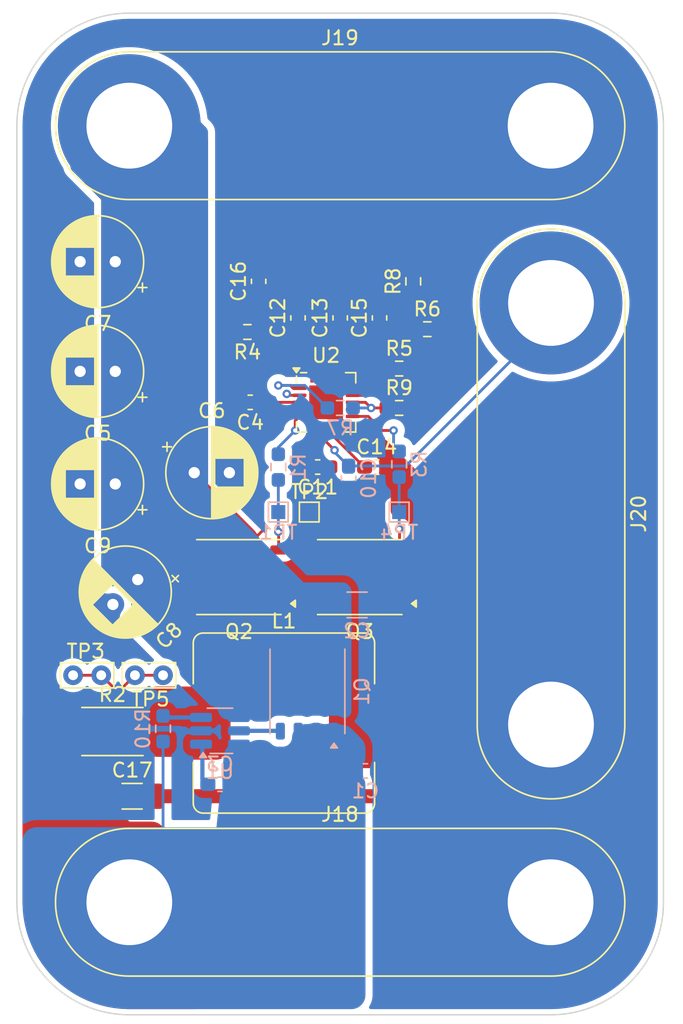
<source format=kicad_pcb>
(kicad_pcb (version 20241229) (generator "pcbnew") (generator_version "9.0")
  (title_block (title "Boost Stage 1 Test Board") (date "2025-05-25") (rev "1B") (company "UT Robomaster") (comment 1 "Robomaster"))
  (layers (0 "F.Cu" signal) (4 "In1.Cu" signal) (6 "In2.Cu" signal) (2 "B.Cu" signal) (13 "F.Paste" user) (15 "B.Paste" user) (5 "F.SilkS" user "F.Silkscreen") (7 "B.SilkS" user "B.Silkscreen") (1 "F.Mask" user) (3 "B.Mask" user) (25 "Edge.Cuts" user))
  (net 0 "")
  (net 1 "GNDPWR")
  (net 2 "/+6V_{SCAP}_IN")
  (net 3 "/+4.4V_{SCAP}_OUT")
  (net 4 "/Ideal Diode/VCAP")
  (net 5 "/Output Boost (Stage 1)/HB")
  (net 6 "/Output Boost (Stage 1)/SW")
  (net 7 "/Output Boost (Stage 1)/COMP")
  (net 8 "/Output Boost (Stage 1)/SS")
  (net 9 "/Output Boost (Stage 1)/VCC")
  (net 10 "/Output Boost (Stage 1)/VREF")
  (net 11 "/Output Boost (Stage 1)/COMP_RC")
  (net 12 "+24V")
  (net 13 "/Output Boost (Stage 1)/CSN")
  (net 14 "/Ideal Diode/GATE")
  (net 15 "/Output Boost (Stage 1)/HO_R")
  (net 16 "/Output Boost (Stage 1)/LO_R")
  (net 17 "/Output Boost (Stage 1)/HO")
  (net 18 "/Output Boost (Stage 1)/LO")
  (net 19 "/Output Boost (Stage 1)/RT")
  (net 20 "/Output Boost (Stage 1)/TRK")
  (net 21 "/Output Boost (Stage 1)/UVLO")
  (net 24 "/Ideal Diode/EN")
  (footprint "Package_SON:Infineon_PG-TDSON-8_6.15x5.15mm" (layer "F.Cu") (at 93.4 156.8 180)
    (property "Reference" "Q3" (at 0 -3.9 0) (layer "F.SilkS"))
    (property "Value" "BSC059N04LS6")
    (pad "1" smd roundrect (at -2.825 -1.905 180) (size 1.2 0.65) (layers "F.Cu" "F.Mask" "F.Paste") (net 1 "GNDPWR"))
    (pad "2" smd roundrect (at -2.825 -0.635 180) (size 1.2 0.65) (layers "F.Cu" "F.Mask" "F.Paste") (net 1 "GNDPWR"))
    (pad "3" smd roundrect (at -2.825 0.635 180) (size 1.2 0.65) (layers "F.Cu" "F.Mask" "F.Paste") (net 1 "GNDPWR"))
    (pad "4" smd roundrect (at -2.825 1.905 180) (size 1.2 0.65) (layers "F.Cu" "F.Mask" "F.Paste") (net 16 "/Output Boost (Stage 1)/LO_R"))
    (pad "5" smd rect (at 0.675 0 180) (size 4.5 4.7) (layers "F.Cu" "F.Mask") (net 6 "/Output Boost (Stage 1)/SW"))
    (pad "5" smd roundrect (at 2.925 -1.995 180) (size 1 0.7) (layers "F.Cu" "F.Mask" "F.Paste") (net 6 "/Output Boost (Stage 1)/SW"))
    (pad "5" smd roundrect (at 2.925 -0.665 180) (size 1 0.7) (layers "F.Cu" "F.Mask" "F.Paste") (net 6 "/Output Boost (Stage 1)/SW"))
    (pad "5" smd roundrect (at 2.925 0.665 180) (size 1 0.7) (layers "F.Cu" "F.Mask" "F.Paste") (net 6 "/Output Boost (Stage 1)/SW"))
    (pad "5" smd roundrect (at 2.925 1.995 180) (size 1 0.7) (layers "F.Cu" "F.Mask" "F.Paste") (net 6 "/Output Boost (Stage 1)/SW"))
  )
  (footprint "Capacitor_THT:CP_Radial_D6.3mm_P2.50mm" (layer "F.Cu") (at 76 134.4 180)
    (property "Reference" "C7" (at 1.25 -4.4 0) (layer "F.SilkS"))
    (property "Value" "220u")
    (pad "1" thru_hole rect (at 0 0 180) (size 1.6 1.6) (drill 0.8) (layers "*.Cu" "*.Mask") (net 3 "/+4.4V_{SCAP}_OUT"))
    (pad "2" thru_hole circle (at 2.5 0 180) (size 1.6 1.6) (drill 0.8) (layers "*.Cu" "*.Mask") (net 1 "GNDPWR"))
  )
  (footprint "Resistor_SMD:R_0603_1608Metric_Pad0.98x0.95mm_HandSolder" (layer "F.Cu") (at 97.2 135.8 90)
    (property "Reference" "R8" (at 0 -1.43 90) (layer "F.SilkS"))
    (property "Value" "22k")
    (pad "1" smd roundrect (at -0.9125 0 90) (size 0.975 0.95) (layers "F.Cu" "F.Mask" "F.Paste") (net 20 "/Output Boost (Stage 1)/TRK"))
    (pad "2" smd roundrect (at 0.9125 0 90) (size 0.975 0.95) (layers "F.Cu" "F.Mask" "F.Paste") (net 1 "GNDPWR"))
  )
  (footprint "Package_DFN_QFN:Texas_RGP0020H_VQFN-20-1EP_4x4mm_P0.5mm_EP2.4x2.4mm" (layer "F.Cu") (at 91 144.4)
    (property "Reference" "U2" (at 0 -3.33 0) (layer "F.SilkS"))
    (property "Value" "LM5123-Q1")
    (pad "1" smd roundrect (at -1.8875 -1) (size 0.975 0.25) (layers "F.Cu" "F.Mask" "F.Paste") (net 2 "/+6V_{SCAP}_IN"))
    (pad "2" smd roundrect (at -1.8875 -0.5) (size 0.975 0.25) (layers "F.Cu" "F.Mask" "F.Paste") (net 13 "/Output Boost (Stage 1)/CSN"))
    (pad "3" smd roundrect (at -1.8875 0) (size 0.975 0.25) (layers "F.Cu" "F.Mask" "F.Paste") (net 3 "/+4.4V_{SCAP}_OUT"))
    (pad "4" smd roundrect (at -1.8875 0.5) (size 0.975 0.25) (layers "F.Cu" "F.Mask" "F.Paste"))
    (pad "5" smd roundrect (at -1.8875 1) (size 0.975 0.25) (layers "F.Cu" "F.Mask" "F.Paste") (net 17 "/Output Boost (Stage 1)/HO"))
    (pad "6" smd roundrect (at -1 1.8875) (size 0.25 0.975) (layers "F.Cu" "F.Mask" "F.Paste") (net 6 "/Output Boost (Stage 1)/SW"))
    (pad "7" smd roundrect (at -0.5 1.8875) (size 0.25 0.975) (layers "F.Cu" "F.Mask" "F.Paste") (net 5 "/Output Boost (Stage 1)/HB"))
    (pad "8" smd roundrect (at 0 1.8875) (size 0.25 0.975) (layers "F.Cu" "F.Mask" "F.Paste") (net 12 "+24V"))
    (pad "9" smd roundrect (at 0.5 1.8875) (size 0.25 0.975) (layers "F.Cu" "F.Mask" "F.Paste") (net 9 "/Output Boost (Stage 1)/VCC"))
    (pad "10" smd roundrect (at 1 1.8875) (size 0.25 0.975) (layers "F.Cu" "F.Mask" "F.Paste") (net 1 "GNDPWR"))
    (pad "11" smd roundrect (at 1.8875 1) (size 0.975 0.25) (layers "F.Cu" "F.Mask" "F.Paste") (net 18 "/Output Boost (Stage 1)/LO"))
    (pad "12" smd roundrect (at 1.8875 0.5) (size 0.975 0.25) (layers "F.Cu" "F.Mask" "F.Paste"))
    (pad "13" smd roundrect (at 1.8875 0) (size 0.975 0.25) (layers "F.Cu" "F.Mask" "F.Paste") (net 21 "/Output Boost (Stage 1)/UVLO"))
    (pad "14" smd roundrect (at 1.8875 -0.5) (size 0.975 0.25) (layers "F.Cu" "F.Mask" "F.Paste") (net 1 "GNDPWR"))
    (pad "15" smd roundrect (at 1.8875 -1) (size 0.975 0.25) (layers "F.Cu" "F.Mask" "F.Paste") (net 19 "/Output Boost (Stage 1)/RT"))
    (pad "16" smd roundrect (at 1 -1.8875) (size 0.25 0.975) (layers "F.Cu" "F.Mask" "F.Paste") (net 10 "/Output Boost (Stage 1)/VREF"))
    (pad "17" smd roundrect (at 0.5 -1.8875) (size 0.25 0.975) (layers "F.Cu" "F.Mask" "F.Paste") (net 8 "/Output Boost (Stage 1)/SS"))
    (pad "18" smd roundrect (at 0 -1.8875) (size 0.25 0.975) (layers "F.Cu" "F.Mask" "F.Paste") (net 20 "/Output Boost (Stage 1)/TRK"))
    (pad "19" smd roundrect (at -0.5 -1.8875) (size 0.25 0.975) (layers "F.Cu" "F.Mask" "F.Paste") (net 1 "GNDPWR"))
    (pad "20" smd roundrect (at -1 -1.8875) (size 0.25 0.975) (layers "F.Cu" "F.Mask" "F.Paste") (net 7 "/Output Boost (Stage 1)/COMP"))
    (pad "21" smd rect (at 0 0) (size 2.4 2.4) (property pad_prop_heatsink) (layers "F.Cu" "F.Mask") (net 1 "GNDPWR"))
  )
  (footprint "Connector:Banana_Jack_2Pin" (layer "F.Cu") (at 77 179.935)
    (property "Reference" "J18" (at 14.985 -6.24 0) (layer "F.SilkS"))
    (property "Value" "Banana 2P")
    (pad "1" thru_hole circle (at 0 0) (size 10.16 10.16) (drill 6.1) (layers "*.Cu" "*.Mask") (net 2 "/+6V_{SCAP}_IN"))
    (pad "2" thru_hole circle (at 29.97 0) (size 10.16 10.16) (drill 6.1) (layers "*.Cu" "*.Mask") (net 1 "GNDPWR"))
  )
  (footprint "Capacitor_SMD:C_0603_1608Metric_Pad1.08x0.95mm_HandSolder" (layer "F.Cu") (at 85.6 144.4 180)
    (property "Reference" "C4" (at 0 -1.43 0) (layer "F.SilkS"))
    (property "Value" "0.1u")
    (pad "1" smd roundrect (at -0.8625 0 180) (size 1.075 0.95) (layers "F.Cu" "F.Mask" "F.Paste") (net 3 "/+4.4V_{SCAP}_OUT"))
    (pad "2" smd roundrect (at 0.8625 0 180) (size 1.075 0.95) (layers "F.Cu" "F.Mask" "F.Paste") (net 1 "GNDPWR"))
  )
  (footprint "Capacitor_THT:CP_Radial_D6.3mm_P2.50mm" (layer "F.Cu") (at 76 142.2 180)
    (property "Reference" "C5" (at 1.25 -4.4 0) (layer "F.SilkS"))
    (property "Value" "220u")
    (pad "1" thru_hole rect (at 0 0 180) (size 1.6 1.6) (drill 0.8) (layers "*.Cu" "*.Mask") (net 3 "/+4.4V_{SCAP}_OUT"))
    (pad "2" thru_hole circle (at 2.5 0 180) (size 1.6 1.6) (drill 0.8) (layers "*.Cu" "*.Mask") (net 1 "GNDPWR"))
  )
  (footprint "Capacitor_SMD:C_0603_1608Metric_Pad1.08x0.95mm_HandSolder" (layer "F.Cu") (at 92 138.4 90)
    (property "Reference" "C13" (at 0 -1.43 90) (layer "F.SilkS"))
    (property "Value" "0.47u")
    (pad "1" smd roundrect (at -0.8625 0 90) (size 1.075 0.95) (layers "F.Cu" "F.Mask" "F.Paste") (net 8 "/Output Boost (Stage 1)/SS"))
    (pad "2" smd roundrect (at 0.8625 0 90) (size 1.075 0.95) (layers "F.Cu" "F.Mask" "F.Paste") (net 1 "GNDPWR"))
  )
  (footprint "Resistor_SMD:R_0603_1608Metric_Pad0.98x0.95mm_HandSolder" (layer "F.Cu") (at 98.2 139.2)
    (property "Reference" "R6" (at 0 -1.43 0) (layer "F.SilkS"))
    (property "Value" "75k")
    (pad "1" smd roundrect (at -0.9125 0) (size 0.975 0.95) (layers "F.Cu" "F.Mask" "F.Paste") (net 10 "/Output Boost (Stage 1)/VREF"))
    (pad "2" smd roundrect (at 0.9125 0) (size 0.975 0.95) (layers "F.Cu" "F.Mask" "F.Paste") (net 20 "/Output Boost (Stage 1)/TRK"))
  )
  (footprint "Resistor_SMD:R_0603_1608Metric_Pad0.98x0.95mm_HandSolder" (layer "F.Cu") (at 96.2 144.8)
    (property "Reference" "R9" (at 0 -1.43 0) (layer "F.SilkS"))
    (property "Value" "470k")
    (pad "1" smd roundrect (at -0.9125 0) (size 0.975 0.95) (layers "F.Cu" "F.Mask" "F.Paste") (net 21 "/Output Boost (Stage 1)/UVLO"))
    (pad "2" smd roundrect (at 0.9125 0) (size 0.975 0.95) (layers "F.Cu" "F.Mask" "F.Paste") (net 1 "GNDPWR"))
  )
  (footprint "Resistor_SMD:R_2512_6332Metric_Pad1.40x3.35mm_HandSolder" (layer "F.Cu") (at 75.8 167.8)
    (property "Reference" "R2" (at 0 -2.62 0) (layer "F.SilkS"))
    (property "Value" "2m")
    (pad "1" smd roundrect (at -3.05 0) (size 1.4 3.35) (layers "F.Cu" "F.Mask" "F.Paste") (roundrect_rratio 0.178571) (net 2 "/+6V_{SCAP}_IN"))
    (pad "2" smd roundrect (at 3.05 0) (size 1.4 3.35) (layers "F.Cu" "F.Mask" "F.Paste") (roundrect_rratio 0.178571) (net 13 "/Output Boost (Stage 1)/CSN"))
  )
  (footprint "TestPoint:TestPoint_Bridge_Pitch2.0mm_Drill0.7mm" (layer "F.Cu") (at 75 163.8 180)
    (property "Reference" "TP3" (at 1.1 1.7 0) (layer "F.SilkS"))
    (property "Value" "V_{P}")
    (pad "1" thru_hole circle (at 0 0 180) (size 1.4 1.4) (drill 0.7) (layers "*.Cu" "*.Mask") (net 2 "/+6V_{SCAP}_IN"))
    (pad "1" thru_hole circle (at 2 0 180) (size 1.4 1.4) (drill 0.7) (layers "*.Cu" "*.Mask") (net 2 "/+6V_{SCAP}_IN"))
  )
  (footprint "Connector:Banana_Jack_2Pin" (layer "F.Cu") (at 107 137.335 -90)
    (property "Reference" "J20" (at 14.985 -6.24 90) (layer "F.SilkS"))
    (property "Value" "Banana 2P")
    (pad "1" thru_hole circle (at 0 0 270) (size 10.16 10.16) (drill 6.1) (layers "*.Cu" "*.Mask") (net 12 "+24V"))
    (pad "2" thru_hole circle (at 29.97 0 270) (size 10.16 10.16) (drill 6.1) (layers "*.Cu" "*.Mask") (net 1 "GNDPWR"))
  )
  (footprint "Capacitor_THT:CP_Radial_D6.3mm_P2.50mm" (layer "F.Cu") (at 81.617621 149.4)
    (property "Reference" "C6" (at 1.25 -4.4 0) (layer "F.SilkS"))
    (property "Value" "220u")
    (pad "1" thru_hole rect (at 0 0) (size 1.6 1.6) (drill 0.8) (layers "*.Cu" "*.Mask") (net 3 "/+4.4V_{SCAP}_OUT"))
    (pad "2" thru_hole circle (at 2.5 0) (size 1.6 1.6) (drill 0.8) (layers "*.Cu" "*.Mask") (net 1 "GNDPWR"))
  )
  (footprint "TestPoint:TestPoint_Bridge_Pitch2.0mm_Drill0.7mm" (layer "F.Cu") (at 77.4 163.8)
    (property "Reference" "TP5" (at 1.1 1.7 0) (layer "F.SilkS"))
    (property "Value" "V_{N}")
    (pad "1" thru_hole circle (at 0 0) (size 1.4 1.4) (drill 0.7) (layers "*.Cu" "*.Mask") (net 13 "/Output Boost (Stage 1)/CSN"))
    (pad "1" thru_hole circle (at 2 0) (size 1.4 1.4) (drill 0.7) (layers "*.Cu" "*.Mask") (net 13 "/Output Boost (Stage 1)/CSN"))
  )
  (footprint "Capacitor_SMD:C_0603_1608Metric_Pad1.08x0.95mm_HandSolder" (layer "F.Cu") (at 90.4 149 180)
    (property "Reference" "C11" (at 0 -1.43 0) (layer "F.SilkS"))
    (property "Value" "0.1u")
    (pad "1" smd roundrect (at -0.8625 0 180) (size 1.075 0.95) (layers "F.Cu" "F.Mask" "F.Paste") (net 5 "/Output Boost (Stage 1)/HB"))
    (pad "2" smd roundrect (at 0.8625 0 180) (size 1.075 0.95) (layers "F.Cu" "F.Mask" "F.Paste") (net 6 "/Output Boost (Stage 1)/SW"))
  )
  (footprint "Inductor_SMD:L_Bourns_SRP1245A" (layer "F.Cu") (at 88 167.2)
    (property "Reference" "L1" (at 0 -7.25 0) (layer "F.SilkS"))
    (property "Value" "1.8u")
    (pad "1" smd rect (at -5.55 0) (size 3.1 5) (layers "F.Cu" "F.Mask" "F.Paste") (net 13 "/Output Boost (Stage 1)/CSN"))
    (pad "2" smd rect (at 5.55 0) (size 3.1 5) (layers "F.Cu" "F.Mask" "F.Paste") (net 6 "/Output Boost (Stage 1)/SW"))
  )
  (footprint "Connector:Banana_Jack_2Pin" (layer "F.Cu") (at 77 124.735)
    (property "Reference" "J19" (at 14.985 -6.24 0) (layer "F.SilkS"))
    (property "Value" "Banana 2P")
    (pad "1" thru_hole circle (at 0 0) (size 10.16 10.16) (drill 6.1) (layers "*.Cu" "*.Mask") (net 3 "/+4.4V_{SCAP}_OUT"))
    (pad "2" thru_hole circle (at 29.97 0) (size 10.16 10.16) (drill 6.1) (layers "*.Cu" "*.Mask") (net 1 "GNDPWR"))
  )
  (footprint "Capacitor_SMD:C_1206_3216Metric_Pad1.33x1.80mm_HandSolder" (layer "F.Cu") (at 77.2 172.4)
    (property "Reference" "C17" (at 0 -1.85 0) (layer "F.SilkS"))
    (property "Value" "47u")
    (pad "1" smd roundrect (at -1.5625 0) (size 1.325 1.8) (layers "F.Cu" "F.Mask" "F.Paste") (roundrect_rratio 0.188679) (net 2 "/+6V_{SCAP}_IN"))
    (pad "2" smd roundrect (at 1.5625 0) (size 1.325 1.8) (layers "F.Cu" "F.Mask" "F.Paste") (roundrect_rratio 0.188679) (net 1 "GNDPWR"))
  )
  (footprint "TestPoint:TestPoint_Pad_1.0x1.0mm" (layer "F.Cu") (at 89.8 152.2)
    (property "Reference" "TP2" (at 0 -1.448 0) (layer "F.SilkS"))
    (property "Value" "V_{SW}")
    (pad "1" smd rect (at 0 0) (size 1 1) (layers "F.Cu" "F.Mask") (net 6 "/Output Boost (Stage 1)/SW"))
  )
  (footprint "Capacitor_SMD:C_0603_1608Metric_Pad1.08x0.95mm_HandSolder" (layer "F.Cu") (at 94.6 149)
    (property "Reference" "C14" (at 0 -1.43 0) (layer "F.SilkS"))
    (property "Value" "4.7u")
    (pad "1" smd roundrect (at -0.8625 0) (size 1.075 0.95) (layers "F.Cu" "F.Mask" "F.Paste") (net 9 "/Output Boost (Stage 1)/VCC"))
    (pad "2" smd roundrect (at 0.8625 0) (size 1.075 0.95) (layers "F.Cu" "F.Mask" "F.Paste") (net 1 "GNDPWR"))
  )
  (footprint "Package_SON:Infineon_PG-TDSON-8_6.15x5.15mm" (layer "F.Cu") (at 84.8 156.8 180)
    (property "Reference" "Q2" (at 0 -3.9 0) (layer "F.SilkS"))
    (property "Value" "BSC059N04LS6")
    (pad "1" smd roundrect (at -2.825 -1.905 180) (size 1.2 0.65) (layers "F.Cu" "F.Mask" "F.Paste") (net 6 "/Output Boost (Stage 1)/SW"))
    (pad "2" smd roundrect (at -2.825 -0.635 180) (size 1.2 0.65) (layers "F.Cu" "F.Mask" "F.Paste") (net 6 "/Output Boost (Stage 1)/SW"))
    (pad "3" smd roundrect (at -2.825 0.635 180) (size 1.2 0.65) (layers "F.Cu" "F.Mask" "F.Paste") (net 6 "/Output Boost (Stage 1)/SW"))
    (pad "4" smd roundrect (at -2.825 1.905 180) (size 1.2 0.65) (layers "F.Cu" "F.Mask" "F.Paste") (net 15 "/Output Boost (Stage 1)/HO_R"))
    (pad "5" smd rect (at 0.675 0 180) (size 4.5 4.7) (layers "F.Cu" "F.Mask") (net 3 "/+4.4V_{SCAP}_OUT"))
    (pad "5" smd roundrect (at 2.925 -1.995 180) (size 1 0.7) (layers "F.Cu" "F.Mask" "F.Paste") (net 3 "/+4.4V_{SCAP}_OUT"))
    (pad "5" smd roundrect (at 2.925 -0.665 180) (size 1 0.7) (layers "F.Cu" "F.Mask" "F.Paste") (net 3 "/+4.4V_{SCAP}_OUT"))
    (pad "5" smd roundrect (at 2.925 0.665 180) (size 1 0.7) (layers "F.Cu" "F.Mask" "F.Paste") (net 3 "/+4.4V_{SCAP}_OUT"))
    (pad "5" smd roundrect (at 2.925 1.995 180) (size 1 0.7) (layers "F.Cu" "F.Mask" "F.Paste") (net 3 "/+4.4V_{SCAP}_OUT"))
  )
  (footprint "Resistor_SMD:R_0603_1608Metric_Pad0.98x0.95mm_HandSolder" (layer "F.Cu") (at 85.4 139.4 180)
    (property "Reference" "R4" (at 0 -1.43 0) (layer "F.SilkS"))
    (property "Value" "18k")
    (pad "1" smd roundrect (at -0.9125 0 180) (size 0.975 0.95) (layers "F.Cu" "F.Mask" "F.Paste") (net 7 "/Output Boost (Stage 1)/COMP"))
    (pad "2" smd roundrect (at 0.9125 0 180) (size 0.975 0.95) (layers "F.Cu" "F.Mask" "F.Paste") (net 11 "/Output Boost (Stage 1)/COMP_RC"))
  )
  (footprint "Capacitor_THT:CP_Radial_D6.3mm_P2.50mm" (layer "F.Cu") (at 77.6 157 -135)
    (property "Reference" "C8" (at 1.25 -4.4 45) (layer "F.SilkS"))
    (property "Value" "220u")
    (pad "1" thru_hole rect (at 0 0 225) (size 1.6 1.6) (drill 0.8) (layers "*.Cu" "*.Mask") (net 3 "/+4.4V_{SCAP}_OUT"))
    (pad "2" thru_hole circle (at 2.5 0 225) (size 1.6 1.6) (drill 0.8) (layers "*.Cu" "*.Mask") (net 1 "GNDPWR"))
  )
  (footprint "Capacitor_SMD:C_0603_1608Metric_Pad1.08x0.95mm_HandSolder" (layer "F.Cu") (at 94.8 138.4 90)
    (property "Reference" "C15" (at 0 -1.43 90) (layer "F.SilkS"))
    (property "Value" "0.47u")
    (pad "1" smd roundrect (at -0.8625 0 90) (size 1.075 0.95) (layers "F.Cu" "F.Mask" "F.Paste") (net 10 "/Output Boost (Stage 1)/VREF"))
    (pad "2" smd roundrect (at 0.8625 0 90) (size 1.075 0.95) (layers "F.Cu" "F.Mask" "F.Paste") (net 1 "GNDPWR"))
  )
  (footprint "Capacitor_SMD:C_0603_1608Metric_Pad1.08x0.95mm_HandSolder" (layer "F.Cu") (at 86.2 135.8 90)
    (property "Reference" "C16" (at 0 -1.43 90) (layer "F.SilkS"))
    (property "Value" "0.015u")
    (pad "1" smd roundrect (at -0.8625 0 90) (size 1.075 0.95) (layers "F.Cu" "F.Mask" "F.Paste") (net 11 "/Output Boost (Stage 1)/COMP_RC"))
    (pad "2" smd roundrect (at 0.8625 0 90) (size 1.075 0.95) (layers "F.Cu" "F.Mask" "F.Paste") (net 1 "GNDPWR"))
  )
  (footprint "Capacitor_SMD:C_0603_1608Metric_Pad1.08x0.95mm_HandSolder" (layer "F.Cu") (at 89 138.4 90)
    (property "Reference" "C12" (at 0 -1.43 90) (layer "F.SilkS"))
    (property "Value" "180p")
    (pad "1" smd roundrect (at -0.8625 0 90) (size 1.075 0.95) (layers "F.Cu" "F.Mask" "F.Paste") (net 7 "/Output Boost (Stage 1)/COMP"))
    (pad "2" smd roundrect (at 0.8625 0 90) (size 1.075 0.95) (layers "F.Cu" "F.Mask" "F.Paste") (net 1 "GNDPWR"))
  )
  (footprint "Capacitor_THT:CP_Radial_D6.3mm_P2.50mm" (layer "F.Cu") (at 76 150.2 180)
    (property "Reference" "C9" (at 1.25 -4.4 0) (layer "F.SilkS"))
    (property "Value" "220u")
    (pad "1" thru_hole rect (at 0 0 180) (size 1.6 1.6) (drill 0.8) (layers "*.Cu" "*.Mask") (net 3 "/+4.4V_{SCAP}_OUT"))
    (pad "2" thru_hole circle (at 2.5 0 180) (size 1.6 1.6) (drill 0.8) (layers "*.Cu" "*.Mask") (net 1 "GNDPWR"))
  )
  (footprint "Resistor_SMD:R_0603_1608Metric_Pad0.98x0.95mm_HandSolder" (layer "F.Cu") (at 96.2 142)
    (property "Reference" "R5" (at 0 -1.43 0) (layer "F.SilkS"))
    (property "Value" "35.7k")
    (pad "1" smd roundrect (at -0.9125 0) (size 0.975 0.95) (layers "F.Cu" "F.Mask" "F.Paste") (net 19 "/Output Boost (Stage 1)/RT"))
    (pad "2" smd roundrect (at 0.9125 0) (size 0.975 0.95) (layers "F.Cu" "F.Mask" "F.Paste") (net 1 "GNDPWR"))
  )
  (footprint "TestPoint:TestPoint_Pad_1.0x1.0mm" (layer "B.Cu") (at 87.6 152.2)
    (property "Reference" "TP1" (at 0 1.448 180) (layer "B.SilkS") (effects (justify mirror)))
    (property "Value" "V_{HO}")
    (pad "1" smd rect (at 0 0) (size 1 1) (layers "B.Cu" "B.Mask") (net 15 "/Output Boost (Stage 1)/HO_R"))
  )
  (footprint "Capacitor_SMD:C_0603_1608Metric_Pad1.08x0.95mm_HandSolder" (layer "B.Cu") (at 92.6 149.8 90)
    (property "Reference" "C10" (at 0 1.43 90) (layer "B.SilkS") (effects (justify mirror)))
    (property "Value" "1u")
    (pad "1" smd roundrect (at -0.8625 0 90) (size 1.075 0.95) (layers "B.Cu" "B.Mask" "B.Paste") (net 1 "GNDPWR"))
    (pad "2" smd roundrect (at 0.8625 0 90) (size 1.075 0.95) (layers "B.Cu" "B.Mask" "B.Paste") (net 12 "+24V"))
  )
  (footprint "Package_TO_SOT_SMD:SOT-23-6_Handsoldering" (layer "B.Cu") (at 83.45 167.75)
    (property "Reference" "U1" (at 0 2.9 0) (layer "B.SilkS") (effects (justify mirror)))
    (property "Value" "LM74700")
    (pad "1" smd roundrect (at -1.35 0.95) (size 1.56 0.65) (layers "B.Cu" "B.Mask" "B.Paste") (net 4 "/Ideal Diode/VCAP"))
    (pad "2" smd roundrect (at -1.35 0) (size 1.56 0.65) (layers "B.Cu" "B.Mask" "B.Paste") (net 1 "GNDPWR"))
    (pad "3" smd roundrect (at -1.35 -0.95) (size 1.56 0.65) (layers "B.Cu" "B.Mask" "B.Paste") (net 24 "/Ideal Diode/EN"))
    (pad "4" smd roundrect (at 1.35 -0.95) (size 1.56 0.65) (layers "B.Cu" "B.Mask" "B.Paste") (net 3 "/+4.4V_{SCAP}_OUT"))
    (pad "5" smd roundrect (at 1.35 0) (size 1.56 0.65) (layers "B.Cu" "B.Mask" "B.Paste") (net 14 "/Ideal Diode/GATE"))
    (pad "6" smd roundrect (at 1.35 0.95) (size 1.56 0.65) (layers "B.Cu" "B.Mask" "B.Paste") (net 2 "/+6V_{SCAP}_IN"))
  )
  (footprint "Capacitor_SMD:C_0603_1608Metric_Pad1.08x0.95mm_HandSolder" (layer "B.Cu") (at 93.8 170.6)
    (property "Reference" "C1" (at 0 1.43 0) (layer "B.SilkS") (effects (justify mirror)))
    (property "Value" "0.022u")
    (pad "1" smd roundrect (at -0.8625 0) (size 1.075 0.95) (layers "B.Cu" "B.Mask" "B.Paste") (net 2 "/+6V_{SCAP}_IN"))
    (pad "2" smd roundrect (at 0.8625 0) (size 1.075 0.95) (layers "B.Cu" "B.Mask" "B.Paste") (net 1 "GNDPWR"))
  )
  (footprint "Package_SON:Infineon_PG-TDSON-8_6.15x5.15mm" (layer "B.Cu") (at 89.65 164.95 90)
    (property "Reference" "Q1" (at 0 3.9 90) (layer "B.SilkS") (effects (justify mirror)))
    (property "Value" "BSC059N04LS6")
    (pad "1" smd roundrect (at -2.825 1.905 90) (size 1.2 0.65) (layers "B.Cu" "B.Mask" "B.Paste") (net 2 "/+6V_{SCAP}_IN"))
    (pad "2" smd roundrect (at -2.825 0.635 90) (size 1.2 0.65) (layers "B.Cu" "B.Mask" "B.Paste") (net 2 "/+6V_{SCAP}_IN"))
    (pad "3" smd roundrect (at -2.825 -0.635 90) (size 1.2 0.65) (layers "B.Cu" "B.Mask" "B.Paste") (net 2 "/+6V_{SCAP}_IN"))
    (pad "4" smd roundrect (at -2.825 -1.905 90) (size 1.2 0.65) (layers "B.Cu" "B.Mask" "B.Paste") (net 14 "/Ideal Diode/GATE"))
    (pad "5" smd rect (at 0.675 0 90) (size 4.5 4.7) (layers "B.Cu" "B.Mask") (net 3 "/+4.4V_{SCAP}_OUT"))
    (pad "5" smd roundrect (at 2.925 -1.995 90) (size 1 0.7) (layers "B.Cu" "B.Mask" "B.Paste") (net 3 "/+4.4V_{SCAP}_OUT"))
    (pad "5" smd roundrect (at 2.925 -0.665 90) (size 1 0.7) (layers "B.Cu" "B.Mask" "B.Paste") (net 3 "/+4.4V_{SCAP}_OUT"))
    (pad "5" smd roundrect (at 2.925 0.665 90) (size 1 0.7) (layers "B.Cu" "B.Mask" "B.Paste") (net 3 "/+4.4V_{SCAP}_OUT"))
    (pad "5" smd roundrect (at 2.925 1.995 90) (size 1 0.7) (layers "B.Cu" "B.Mask" "B.Paste") (net 3 "/+4.4V_{SCAP}_OUT"))
  )
  (footprint "Resistor_SMD:R_0603_1608Metric_Pad0.98x0.95mm_HandSolder" (layer "B.Cu") (at 87.6 149 90)
    (property "Reference" "R1" (at 0 1.43 90) (layer "B.SilkS") (effects (justify mirror)))
    (property "Value" "0")
    (pad "1" smd roundrect (at -0.9125 0 90) (size 0.975 0.95) (layers "B.Cu" "B.Mask" "B.Paste") (net 15 "/Output Boost (Stage 1)/HO_R"))
    (pad "2" smd roundrect (at 0.9125 0 90) (size 0.975 0.95) (layers "B.Cu" "B.Mask" "B.Paste") (net 17 "/Output Boost (Stage 1)/HO"))
  )
  (footprint "Resistor_SMD:R_0603_1608Metric_Pad0.98x0.95mm_HandSolder" (layer "B.Cu") (at 92 144.8)
    (property "Reference" "R7" (at 0 1.43 180) (layer "B.SilkS") (effects (justify mirror)))
    (property "Value" "39k")
    (pad "1" smd roundrect (at -0.9125 0) (size 0.975 0.95) (layers "B.Cu" "B.Mask" "B.Paste") (net 2 "/+6V_{SCAP}_IN"))
    (pad "2" smd roundrect (at 0.9125 0) (size 0.975 0.95) (layers "B.Cu" "B.Mask" "B.Paste") (net 21 "/Output Boost (Stage 1)/UVLO"))
  )
  (footprint "TestPoint:TestPoint_Pad_1.0x1.0mm" (layer "B.Cu") (at 96.2 152.2)
    (property "Reference" "TP4" (at 0 1.448 180) (layer "B.SilkS") (effects (justify mirror)))
    (property "Value" "V_{LO}")
    (pad "1" smd rect (at 0 0) (size 1 1) (layers "B.Cu" "B.Mask") (net 16 "/Output Boost (Stage 1)/LO_R"))
  )
  (footprint "Resistor_SMD:R_0603_1608Metric_Pad0.98x0.95mm_HandSolder" (layer "B.Cu") (at 79.4 167.6 -90)
    (property "Reference" "R10" (at 0 1.43 90) (layer "B.SilkS") (effects (justify mirror)))
    (property "Value" "0")
    (pad "1" smd roundrect (at -0.9125 0 270) (size 0.975 0.95) (layers "B.Cu" "B.Mask" "B.Paste") (net 24 "/Ideal Diode/EN"))
    (pad "2" smd roundrect (at 0.9125 0 270) (size 0.975 0.95) (layers "B.Cu" "B.Mask" "B.Paste") (net 2 "/+6V_{SCAP}_IN"))
  )
  (footprint "Capacitor_SMD:C_0603_1608Metric_Pad1.08x0.95mm_HandSolder" (layer "B.Cu") (at 83.45 171.55 180)
    (property "Reference" "C3" (at 0 1.43 0) (layer "B.SilkS") (effects (justify mirror)))
    (property "Value" "0.1u")
    (pad "1" smd roundrect (at -0.8625 0 180) (size 1.075 0.95) (layers "B.Cu" "B.Mask" "B.Paste") (net 2 "/+6V_{SCAP}_IN"))
    (pad "2" smd roundrect (at 0.8625 0 180) (size 1.075 0.95) (layers "B.Cu" "B.Mask" "B.Paste") (net 4 "/Ideal Diode/VCAP"))
  )
  (footprint "Capacitor_SMD:C_1206_3216Metric_Pad1.33x1.80mm_HandSolder" (layer "B.Cu") (at 93.2 158.8)
    (property "Reference" "C2" (at 0 1.85 0) (layer "B.SilkS") (effects (justify mirror)))
    (property "Value" "47u")
    (pad "1" smd roundrect (at -1.5625 0) (size 1.325 1.8) (layers "B.Cu" "B.Mask" "B.Paste") (roundrect_rratio 0.188679) (net 3 "/+4.4V_{SCAP}_OUT"))
    (pad "2" smd roundrect (at 1.5625 0) (size 1.325 1.8) (layers "B.Cu" "B.Mask" "B.Paste") (roundrect_rratio 0.188679) (net 1 "GNDPWR"))
  )
  (footprint "Resistor_SMD:R_0603_1608Metric_Pad0.98x0.95mm_HandSolder" (layer "B.Cu") (at 96.2 148.8 90)
    (property "Reference" "R3" (at 0 1.43 90) (layer "B.SilkS") (effects (justify mirror)))
    (property "Value" "0")
    (pad "1" smd roundrect (at -0.9125 0 90) (size 0.975 0.95) (layers "B.Cu" "B.Mask" "B.Paste") (net 16 "/Output Boost (Stage 1)/LO_R"))
    (pad "2" smd roundrect (at 0.9125 0 90) (size 0.975 0.95) (layers "B.Cu" "B.Mask" "B.Paste") (net 18 "/Output Boost (Stage 1)/LO"))
  )
  (gr_poly (pts (xy 92.1 146.8) (xy 92 146.7) (xy 92 145.6) (xy 93.2 146.8)) (fill yes) (layer "F.Cu") (net 1))
  (gr_arc (start 107 116.735) (mid 112.656854 119.078146) (end 115 124.735) (stroke (width 0.1)) (layer "Edge.Cuts"))
  (gr_line (start 77 116.735) (end 107 116.735) (stroke (width 0.1)) (layer "Edge.Cuts"))
  (gr_arc (start 115 179.935) (mid 112.656854 185.591854) (end 107 187.935) (stroke (width 0.1)) (layer "Edge.Cuts"))
  (gr_arc (start 69 124.735) (mid 71.343146 119.078146) (end 77 116.735) (stroke (width 0.1)) (layer "Edge.Cuts"))
  (gr_line (start 69 179.935) (end 69 124.735) (stroke (width 0.1)) (layer "Edge.Cuts"))
  (gr_line (start 107 187.935) (end 77 187.935) (stroke (width 0.1)) (layer "Edge.Cuts"))
  (gr_arc (start 77 187.935) (mid 71.343146 185.591854) (end 69 179.935) (stroke (width 0.1)) (layer "Edge.Cuts"))
  (gr_line (start 115 124.735) (end 115 179.935) (stroke (width 0.1)) (layer "Edge.Cuts"))
  (segment (start 90.5 142.5125) (end 90.5 138.5625) (width 0.25) (layer "F.Cu") (net 1))
  (segment (start 90.13125 138.66875) (end 89 137.5375) (width 0.25) (layer "F.Cu") (net 1))
  (segment (start 99.435 172.4) (end 100.7175 173.6825) (width 1) (layer "F.Cu") (net 1))
  (segment (start 92.75 146.2875) (end 95.4625 149) (width 0.25) (layer "F.Cu") (net 1))
  (segment (start 92 145.4) (end 91 144.4) (width 0.2) (layer "F.Cu") (net 1))
  (segment (start 95.55625 143.55625) (end 95.55625 143.65625) (width 0.2) (layer "F.Cu") (net 1))
  (segment (start 95.55625 143.65625) (end 95.8 143.9) (width 0.2) (layer "F.Cu") (net 1))
  (segment (start 78.7625 172.4) (end 99.435 172.4) (width 1) (layer "F.Cu") (net 1))
  (segment (start 100.7175 173.6825) (end 106.97 179.935) (width 1) (layer "F.Cu") (net 1))
  (segment (start 84.7375 144.4) (end 84.7375 148.780121) (width 0.2) (layer "F.Cu") (net 1))
  (segment (start 90.13125 138.66875) (end 90.39375 138.66875) (width 0.25) (layer "F.Cu") (net 1))
  (segment (start 92.736346 146.2875) (end 91 144.551154) (width 0.25) (layer "F.Cu") (net 1))
  (segment (start 95.45625 143.75625) (end 95.6 143.9) (width 0.2) (layer "F.Cu") (net 1))
  (segment (start 95.45625 143.65625) (end 95.55625 143.55625) (width 0.2) (layer "F.Cu") (net 1))
  (segment (start 100.7175 173.6825) (end 101.035 174) (width 1) (layer "F.Cu") (net 1))
  (segment (start 90.5 139.0375) (end 90.13125 138.66875) (width 0.25) (layer "F.Cu") (net 1))
  (segment (start 96.2125 143.9) (end 97.1125 144.8) (width 0.2) (layer "F.Cu") (net 1))
  (segment (start 91.525 137.5375) (end 92 137.5375) (width 0.25) (layer "F.Cu") (net 1))
  (segment (start 90.39375 138.66875) (end 90.5 138.5625) (width 0.25) (layer "F.Cu") (net 1))
  (segment (start 90.5 138.5625) (end 91.525 137.5375) (width 0.25) (layer "F.Cu") (net 1))
  (segment (start 92.75 146.2875) (end 92.736346 146.2875) (width 0.25) (layer "F.Cu") (net 1))
  (segment (start 92.8875 143.9) (end 95.6 143.9) (width 0.2) (layer "F.Cu") (net 1))
  (segment (start 101.035 174) (end 102.4 174) (width 1) (layer "F.Cu") (net 1))
  (segment (start 95.55625 143.55625) (end 97.1125 142) (width 0.2) (layer "F.Cu") (net 1))
  (segment (start 95.45625 143.65625) (end 95.45625 143.75625) (width 0.2) (layer "F.Cu") (net 1))
  (segment (start 95.8 143.9) (end 96.2125 143.9) (width 0.2) (layer "F.Cu") (net 1))
  (segment (start 95.6 143.9) (end 95.8 143.9) (width 0.2) (layer "F.Cu") (net 1))
  (segment (start 90.5 143.9) (end 91 144.4) (width 0.2) (layer "F.Cu") (net 1))
  (segment (start 92 146.2875) (end 92 145.4) (width 0.25) (layer "F.Cu") (net 1))
  (segment (start 90.5 142.5125) (end 90.5 139.0375) (width 0.25) (layer "F.Cu") (net 1))
  (segment (start 91 144.551154) (end 91 144.4) (width 0.25) (layer "F.Cu") (net 1))
  (segment (start 95.2125 143.9) (end 95.45625 143.65625) (width 0.2) (layer "F.Cu") (net 1))
  (segment (start 92.8875 143.9) (end 95.2125 143.9) (width 0.2) (layer "F.Cu") (net 1))
  (segment (start 84.7375 148.780121) (end 84.117621 149.4) (width 0.2) (layer "F.Cu") (net 1))
  (segment (start 90.5 142.5125) (end 90.5 143.9) (width 0.25) (layer "F.Cu") (net 1))
  (segment (start 81.998 167.8) (end 80.8 167.8) (width 0.4) (layer "B.Cu") (net 1))
  (segment (start 77.8 167.6) (end 80.6 167.6) (width 0.4) (layer "B.Cu") (net 1))
  (segment (start 82.1 167.75) (end 82.074 167.724) (width 0.2) (layer "B.Cu") (net 1))
  (segment (start 80.8 167.8) (end 80.6 167.6) (width 0.4) (layer "B.Cu") (net 1))
  (segment (start 82.074 167.724) (end 81.998 167.8) (width 0.4) (layer "B.Cu") (net 1))
  (segment (start 75 163.8) (end 75.999 164.799) (width 0.2) (layer "F.Cu") (net 2))
  (segment (start 88.649943 143.4) (end 89.1125 143.4) (width 0.2) (layer "F.Cu") (net 2))
  (segment (start 75.999 165.601) (end 75.4 166.2) (width 0.2) (layer "F.Cu") (net 2))
  (segment (start 75 163.8) (end 73 163.8) (width 0.2) (layer "F.Cu") (net 2))
  (segment (start 72.75 166.85) (end 73.4 166.2) (width 0.2) (layer "F.Cu") (net 2))
  (segment (start 72.75 167.8) (end 72.75 166.85) (width 0.2) (layer "F.Cu") (net 2))
  (segment (start 75.999 164.799) (end 75.999 165.601) (width 0.2) (layer "F.Cu") (net 2))
  (segment (start 87.951057 143.199) (end 88.448943 143.199) (width 0.2) (layer "F.Cu") (net 2))
  (segment (start 87.950057 143.2) (end 87.951057 143.199) (width 0.2) (layer "F.Cu") (net 2))
  (segment (start 73.4 166.2) (end 75.4 166.2) (width 0.2) (layer "F.Cu") (net 2))
  (segment (start 87.6 143.2) (end 87.950057 143.2) (width 0.2) (layer "F.Cu") (net 2))
  (segment (start 88.448943 143.199) (end 88.649943 143.4) (width 0.2) (layer "F.Cu") (net 2))
  (via (at 87.6 143.2) (size 0.6) (drill 0.3) (layers "F.Cu" "B.Cu") (net 2))
  (segment (start 89.4875 143.2) (end 87.6 143.2) (width 0.2) (layer "B.Cu") (net 2))
  (segment (start 79.4 168.5125) (end 79.4 177.535) (width 0.2) (layer "B.Cu") (net 2))
  (segment (start 91.0875 144.8) (end 89.4875 143.2) (width 0.2) (layer "B.Cu") (net 2))
  (segment (start 79.4 177.535) (end 77 179.935) (width 0.2) (layer "B.Cu") (net 2))
  (segment (start 86.4625 153.5375) (end 85.8 154.2) (width 0.2) (layer "F.Cu") (net 3))
  (segment (start 85.8 154.2) (end 85.8 155.125) (width 0.2) (layer "F.Cu") (net 3))
  (segment (start 86.4625 144.4) (end 86.4625 153.5375) (width 0.2) (layer "F.Cu") (net 3))
  (segment (start 85.8 155.125) (end 84.125 156.8) (width 0.2) (layer "F.Cu") (net 3))
  (segment (start 86.4625 144.4) (end 89.1125 144.4) (width 0.2) (layer "F.Cu") (net 3))
  (segment (start 82.1 168.7) (end 82.2 168.8) (width 0.2) (layer "B.Cu") (net 4))
  (segment (start 82.2 171.1625) (end 82.5875 171.55) (width 0.3) (layer "B.Cu") (net 4))
  (segment (start 82.2 168.8) (end 82.2 171.1625) (width 0.3) (layer "B.Cu") (net 4))
  (segment (start 90.5 146.2875) (end 90.5 148.2375) (width 0.2) (layer "F.Cu") (net 5))
  (segment (start 90.5 148.2375) (end 91.2625 149) (width 0.2) (layer "F.Cu") (net 5))
  (segment (start 90 148.5375) (end 89.5375 149) (width 0.2) (layer "F.Cu") (net 6))
  (segment (start 90 146.2875) (end 90 148.5375) (width 0.2) (layer "F.Cu") (net 6))
  (segment (start 89.5375 151.9375) (end 89.8 152.2) (width 0.2) (layer "F.Cu") (net 6))
  (segment (start 90.475 154.805) (end 89.8 154.13) (width 0.2) (layer "F.Cu") (net 6))
  (segment (start 89.8 154.13) (end 89.8 152.2) (width 0.2) (layer "F.Cu") (net 6))
  (segment (start 89.5375 149) (end 89.5375 151.9375) (width 0.2) (layer "F.Cu") (net 6))
  (segment (start 89 139.2625) (end 89 141.5125) (width 0.2) (layer "F.Cu") (net 7))
  (segment (start 86.3125 139.4) (end 88.8625 139.4) (width 0.2) (layer "F.Cu") (net 7))
  (segment (start 89 141.5125) (end 90 142.5125) (width 0.2) (layer "F.Cu") (net 7))
  (segment (start 88.8625 139.4) (end 89 139.2625) (width 0.2) (layer "F.Cu") (net 7))
  (segment (start 91.5 139.7625) (end 91.5 142.5125) (width 0.2) (layer "F.Cu") (net 8))
  (segment (start 92 139.2625) (end 91.5 139.7625) (width 0.2) (layer "F.Cu") (net 8))
  (segment (start 91.5 146.2875) (end 91.5 146.790798) (width 0.2) (layer "F.Cu") (net 9))
  (segment (start 93.709202 149) (end 93.7375 149) (width 0.2) (layer "F.Cu") (net 9))
  (segment (start 91.5 146.790798) (end 93.709202 149) (width 0.2) (layer "F.Cu") (net 9))
  (segment (start 92 142.5125) (end 94.8 139.7125) (width 0.2) (layer "F.Cu") (net 10))
  (segment (start 94.8 139.7125) (end 94.8 139.2625) (width 0.2) (layer "F.Cu") (net 10))
  (segment (start 97.2875 139.2) (end 94.8625 139.2) (width 0.2) (layer "F.Cu") (net 10))
  (segment (start 94.8625 139.2) (end 94.8 139.2625) (width 0.2) (layer "F.Cu") (net 10))
  (segment (start 86.2 136.6625) (end 84.4 138.4625) (width 0.2) (layer "F.Cu") (net 11))
  (segment (start 84.4 139.3125) (end 84.4875 139.4) (width 0.2) (layer "F.Cu") (net 11))
  (segment (start 84.4 138.4625) (end 84.4 139.3125) (width 0.2) (layer "F.Cu") (net 11))
  (segment (start 91 147.2) (end 91.6 147.8) (width 0.2) (layer "F.Cu") (net 12))
  (segment (start 91 146.2875) (end 91 147.2) (width 0.2) (layer "F.Cu") (net 12))
  (via (at 91.6 147.8) (size 0.6) (drill 0.3) (layers "F.Cu" "B.Cu") (net 12))
  (segment (start 107 138.591134) (end 96.667134 148.924) (width 0.2) (layer "B.Cu") (net 12))
  (segment (start 91.6 147.9375) (end 92.6 148.9375) (width 0.2) (layer "B.Cu") (net 12))
  (segment (start 107 137.335) (end 107 138.591134) (width 0.2) (layer "B.Cu") (net 12))
  (segment (start 92.6135 148.924) (end 92.6 148.9375) (width 0.2) (layer "B.Cu") (net 12))
  (segment (start 96.667134 148.924) (end 92.6135 148.924) (width 0.2) (layer "B.Cu") (net 12))
  (segment (start 91.6 147.8) (end 91.6 147.9375) (width 0.2) (layer "B.Cu") (net 12))
  (segment (start 78.85 167.8) (end 78.85 166.85) (width 0.2) (layer "F.Cu") (net 13))
  (segment (start 88.2 143.8) (end 88.3 143.9) (width 0.2) (layer "F.Cu") (net 13))
  (segment (start 76.8 166.2) (end 76.4 165.8) (width 0.2) (layer "F.Cu") (net 13))
  (segment (start 78.85 166.85) (end 78.2 166.2) (width 0.2) (layer "F.Cu") (net 13))
  (segment (start 76.4 165.8) (end 76.4 164.8) (width 0.2) (layer "F.Cu") (net 13))
  (segment (start 88.3 143.9) (end 89.1125 143.9) (width 0.2) (layer "F.Cu") (net 13))
  (segment (start 76.4 164.8) (end 77.4 163.8) (width 0.2) (layer "F.Cu") (net 13))
  (segment (start 78.2 166.2) (end 76.8 166.2) (width 0.2) (layer "F.Cu") (net 13))
  (segment (start 77.4 163.8) (end 79.4 163.8) (width 0.2) (layer "F.Cu") (net 13))
  (segment (start 81.85 167.8) (end 82.45 167.2) (width 0.2) (layer "F.Cu") (net 13))
  (via (at 88.2 143.8) (size 0.6) (drill 0.3) (layers "F.Cu" "B.Cu") (net 13))
  (segment (start 87.72 167.75) (end 87.745 167.775) (width 0.2) (layer "B.Cu") (net 14))
  (segment (start 84.8 167.75) (end 87.72 167.75) (width 0.3) (layer "B.Cu") (net 14))
  (segment (start 87.625 154.895) (end 87.625 153.625) (width 0.2) (layer "F.Cu") (net 15))
  (segment (start 87.625 153.625) (end 87.6 153.6) (width 0.2) (layer "F.Cu") (net 15))
  (via (at 87.6 153.6) (size 0.6) (drill 0.3) (layers "F.Cu" "B.Cu") (net 15))
  (segment (start 87.6 153.6) (end 87.6 152.2) (width 0.2) (layer "B.Cu") (net 15))
  (segment (start 87.6 149.9125) (end 87.6 152.2) (width 0.2) (layer "B.Cu") (net 15))
  (segment (start 96.225 154.895) (end 96.225 153.425) (width 0.2) (layer "F.Cu") (net 16))
  (segment (start 96.225 153.425) (end 96.2 153.4) (width 0.2) (layer "F.Cu") (net 16))
  (via (at 96.2 153.4) (size 0.6) (drill 0.3) (layers "F.Cu" "B.Cu") (net 16))
  (segment (start 96.2 153.4) (end 96.2 152.2) (width 0.2) (layer "B.Cu") (net 16))
  (segment (start 96.2 149.7125) (end 96.2 152.2) (width 0.2) (layer "B.Cu") (net 16))
  (segment (start 88.8 145.7125) (end 89.1125 145.4) (width 0.2) (layer "F.Cu") (net 17))
  (segment (start 88.8 146.4) (end 88.8 145.7125) (width 0.2) (layer "F.Cu") (net 17))
  (via (at 88.8 146.4) (size 0.6) (drill 0.3) (layers "F.Cu" "B.Cu") (net 17))
  (segment (start 87.6 148.0875) (end 87.6 147.6) (width 0.2) (layer "B.Cu") (net 17))
  (segment (start 87.6 147.6) (end 88.8 146.4) (width 0.2) (layer "B.Cu") (net 17))
  (segment (start 94 145.4) (end 92.8875 145.4) (width 0.2) (layer "F.Cu") (net 18))
  (segment (start 95.8 146.4) (end 95 146.4) (width 0.2) (layer "F.Cu") (net 18))
  (segment (start 95 146.4) (end 94 145.4) (width 0.2) (layer "F.Cu") (net 18))
  (via (at 95.8 146.4) (size 0.6) (drill 0.3) (layers "F.Cu" "B.Cu") (net 18))
  (segment (start 95.8 146.4) (end 95.8 147.4875) (width 0.2) (layer "B.Cu") (net 18))
  (segment (start 95.8 147.4875) (end 96.2 147.8875) (width 0.2) (layer "B.Cu") (net 18))
  (segment (start 93.8875 143.4) (end 95.2875 142) (width 0.2) (layer "F.Cu") (net 19))
  (segment (start 92.8875 143.4) (end 93.8875 143.4) (width 0.2) (layer "F.Cu") (net 19))
  (segment (start 97.4 138.424) (end 97.2 138.424) (width 0.2) (layer "F.Cu") (net 20))
  (segment (start 97.2 138.2) (end 97.2 138.424) (width 0.2) (layer "F.Cu") (net 20))
  (segment (start 91 138.956866) (end 91 142.5125) (width 0.2) (layer "F.Cu") (net 20))
  (segment (start 97 138.424) (end 91.532866 138.424) (width 0.2) (layer "F.Cu") (net 20))
  (segment (start 97.2 138.424) (end 97 138.424) (width 0.2) (layer "F.Cu") (net 20))
  (segment (start 97.2 138.224) (end 97 138.424) (width 0.2) (layer "F.Cu") (net 20))
  (segment (start 97.2 136.7125) (end 97.2 138.2) (width 0.2) (layer "F.Cu") (net 20))
  (segment (start 97.2 138.2) (end 97.2 138.224) (width 0.2) (layer "F.Cu") (net 20))
  (segment (start 98.3365 138.424) (end 97.4 138.424) (width 0.2) (layer "F.Cu") (net 20))
  (segment (start 97.2 138.224) (end 97.4 138.424) (width 0.2) (layer "F.Cu") (net 20))
  (segment (start 99.1125 139.2) (end 98.3365 138.424) (width 0.2) (layer "F.Cu") (net 20))
  (segment (start 91.532866 138.424) (end 91 138.956866) (width 0.2) (layer "F.Cu") (net 20))
  (segment (start 94.2 144.8) (end 95.2875 144.8) (width 0.2) (layer "F.Cu") (net 21))
  (segment (start 92.8875 144.4) (end 93.8 144.4) (width 0.2) (layer "F.Cu") (net 21))
  (segment (start 93.8 144.4) (end 94.2 144.8) (width 0.2) (layer "F.Cu") (net 21))
  (via (at 94.2 144.8) (size 0.6) (drill 0.3) (layers "F.Cu" "B.Cu") (net 21))
  (segment (start 94.2 144.8) (end 92.9125 144.8) (width 0.2) (layer "B.Cu") (net 21))
  (segment (start 79.5125 166.8) (end 79.4 166.6875) (width 0.3) (layer "B.Cu") (net 24))
  (segment (start 82.1 166.8) (end 79.5125 166.8) (width 0.3) (layer "B.Cu") (net 24))
  (zone (net 1) (net_name "GNDPWR") (layer "F.Cu") (priority 7) (connect_pads yes (clearance 0.5)) (min_thickness 1) (fill yes (thermal_gap 0.5) (thermal_bridge_width 5))
    (polygon (pts (xy 85.4 133.8) (xy 85.4 140.4) (xy 87.4 140.4) (xy 90.4 143.4) (xy 92 143.4) (xy 92 145.4) (xy 92.2 145.6) (xy 97.6 145.6) (xy 101.2 142) (xy 101.2 133.8)))
  )
  (zone (net 1) (net_name "GNDPWR") (layer "F.Cu") (priority 8) (connect_pads yes (clearance 0.5)) (min_thickness 1) (fill yes (thermal_gap 0.5) (thermal_bridge_width 5))
    (polygon (pts (xy 91.4 145.6) (xy 93.8 145.6) (xy 112.6 164.4) (xy 112.6 181.8) (xy 109 185.4) (xy 104.4 185.4) (xy 101.6 182.6) (xy 101.6 165) (xy 95.6 159) (xy 95.6 150.8) (xy 91.4 146.6)))
  )
  (zone (net 6) (net_name "/Output Boost (Stage 1)/SW") (layer "F.Cu") (priority 2) (connect_pads yes (clearance 0.5)) (min_thickness 2) (fill yes (thermal_gap 0.5) (thermal_bridge_width 5))
    (polygon (pts (xy 95.6 170.4) (xy 95.6 154.2) (xy 89.8 154.2) (xy 88.6 155.4) (xy 87.2 155.4) (xy 86.8 155.8) (xy 86.8 158.8) (xy 91.2 163.2) (xy 91.2 169.4) (xy 92.2 170.4)))
  )
  (zone (net 3) (net_name "/+4.4V_{SCAP}_OUT") (layer "F.Cu") (priority 3) (connect_pads yes (clearance 0.5)) (min_thickness 4) (fill yes (thermal_gap 0.5) (thermal_bridge_width 5))
    (polygon (pts (xy 86.4 154) (xy 86.4 159.2) (xy 78.6 159.2) (xy 75 155.6) (xy 75 130) (xy 72.8 127.8) (xy 78.6 122) (xy 79.6 122) (xy 82.6 125) (xy 82.6 150.2)))
  )
  (zone (net 2) (net_name "/+6V_{SCAP}_IN") (layer "F.Cu") (connect_pads yes (clearance 0.5)) (min_thickness 2) (fill yes (thermal_gap 0.5) (thermal_bridge_width 5))
    (polygon (pts (xy 68.6 165.8) (xy 73.8 165.8) (xy 73.8 168.6) (xy 76.6 171.4) (xy 76.6 173.8) (xy 77 174.2) (xy 79 174.2) (xy 82.6 177.8) (xy 82.6 188.2) (xy 73.2 188.2) (xy 68.6 183.6)))
  )
  (zone (net 13) (net_name "/Output Boost (Stage 1)/CSN") (layer "F.Cu") (priority 1) (connect_pads yes (clearance 0.5)) (min_thickness 2) (fill yes (thermal_gap 0.5) (thermal_bridge_width 5))
    (polygon (pts (xy 78 169.6) (xy 80.2 169.6) (xy 80.4 169.8) (xy 84.2 169.8) (xy 84.2 164.8) (xy 84 164.6) (xy 78 164.6)))
  )
  (zone (net 3) (net_name "/+4.4V_{SCAP}_OUT") (layer "B.Cu") (priority 6) (connect_pads yes (clearance 0.5)) (min_thickness 1) (fill yes (thermal_gap 0.5) (thermal_bridge_width 5))
    (polygon (pts (xy 84 167.2) (xy 92.6 167.2) (xy 92.8 167) (xy 92.8 157.6) (xy 92.4 157.2) (xy 89.4 157.2) (xy 82.6 150.4) (xy 82.6 125) (xy 80 122.4) (xy 77.2 122.4) (xy 72.8 126.8) (xy 72.8 127.8) (xy 75 130) (xy 75 158.2)))
  )
  (zone (net 2) (net_name "/+6V_{SCAP}_IN") (layer "B.Cu") (priority 5) (connect_pads yes (clearance 0.5)) (min_thickness 2) (fill yes (thermal_gap 0.5) (thermal_bridge_width 5))
    (polygon (pts (xy 68.2 174.6) (xy 83.2 174.6) (xy 83.862069 168.2) (xy 88.4 168.2) (xy 88.4 166.8) (xy 92 166.8) (xy 93.8 168.6) (xy 93.8 188.6) (xy 73.4 188.6) (xy 68.2 183.4)))
  )
  (zone (net 1) (net_name "GNDPWR") (layer "B.Cu") (priority 4) (connect_pads yes (clearance 0.5)) (min_thickness 0.25) (fill yes (thermal_gap 0.5) (thermal_bridge_width 5))
    (polygon (pts (xy 68 115.8) (xy 68 184) (xy 72.2 188.2) (xy 110.6 188.2) (xy 116.4 182.4) (xy 116.4 120.4) (xy 111.8 115.8)))
  )
)
</source>
